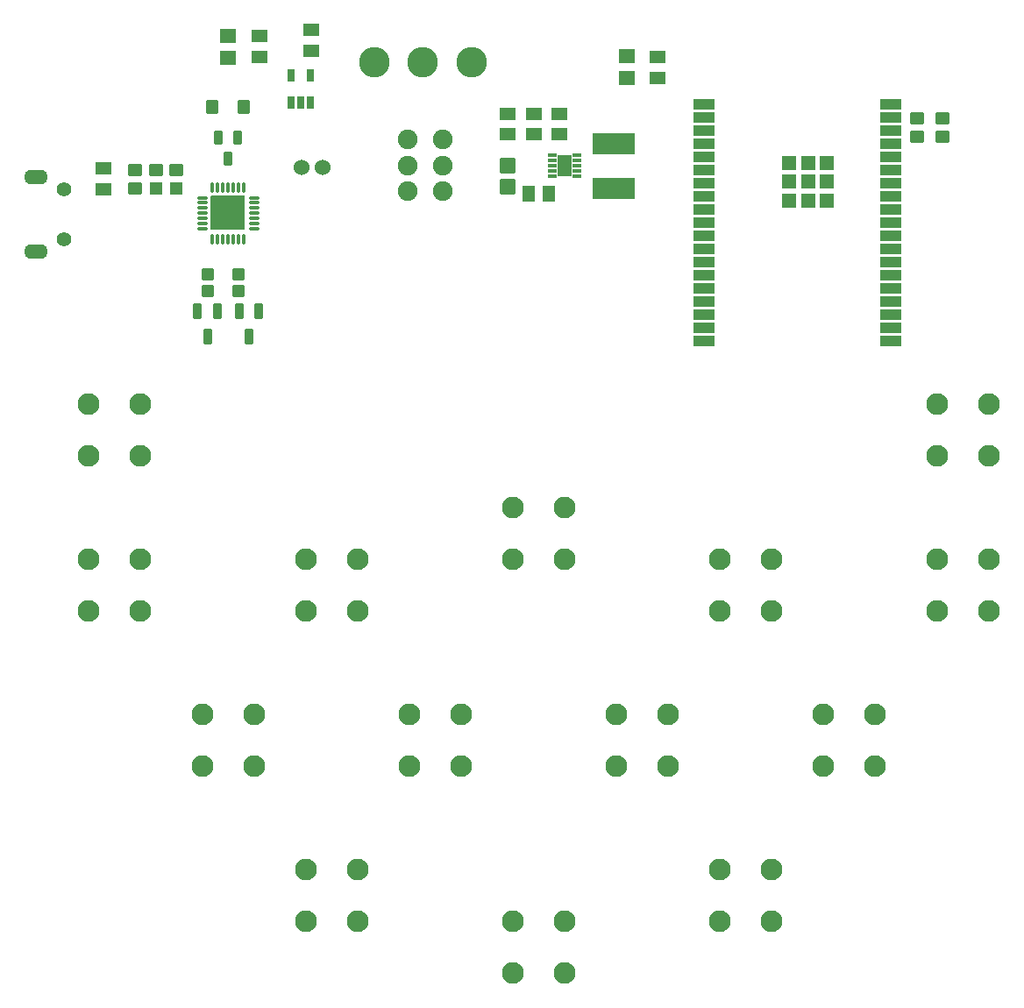
<source format=gbs>
G04 Layer: BottomSolderMaskLayer*
G04 EasyEDA v6.5.20, 2022-12-02 00:59:29*
G04 a67cddfb3fce44daa9051d46cbbcc19f,10*
G04 Gerber Generator version 0.2*
G04 Scale: 100 percent, Rotated: No, Reflected: No *
G04 Dimensions in millimeters *
G04 leading zeros omitted , absolute positions ,4 integer and 5 decimal *
%FSLAX45Y45*%
%MOMM*%

%AMMACRO1*1,1,$1,$2,$3*1,1,$1,$4,$5*1,1,$1,0-$2,0-$3*1,1,$1,0-$4,0-$5*20,1,$1,$2,$3,$4,$5,0*20,1,$1,$4,$5,0-$2,0-$3,0*20,1,$1,0-$2,0-$3,0-$4,0-$5,0*20,1,$1,0-$4,0-$5,$2,$3,0*4,1,4,$2,$3,$4,$5,0-$2,0-$3,0-$4,0-$5,$2,$3,0*%
%ADD10MACRO1,0.1016X0.3325X0.14X-0.3325X0.14*%
%ADD11MACRO1,0.1016X-0.3325X0.14X0.3325X0.14*%
%ADD12MACRO1,0.1016X0.625X1X-0.625X1*%
%ADD13MACRO1,0.1016X0.5663X-0.6885X0.5663X0.6885*%
%ADD14MACRO1,0.1016X-0.5663X-0.6885X-0.5663X0.6885*%
%ADD15MACRO1,0.1016X0.6885X0.5663X-0.6885X0.5663*%
%ADD16MACRO1,0.1016X0.6885X-0.5663X-0.6885X-0.5663*%
%ADD17MACRO1,0.1016X-0.6885X-0.5663X0.6885X-0.5663*%
%ADD18MACRO1,0.1016X-0.6885X0.5663X0.6885X0.5663*%
%ADD19MACRO1,0.1016X2X-1X2X1*%
%ADD20MACRO1,0.1016X-0.675X-0.705X0.675X-0.705*%
%ADD21MACRO1,0.1016X-0.675X0.705X0.675X0.705*%
%ADD22MACRO1,0.1016X0.6998X-0.6502X0.6998X0.6502*%
%ADD23MACRO1,0.1016X-1.6X-1.6X1.6X-1.6*%
%ADD24O,0.38160960000000005X1.0015981999999999*%
%ADD25O,1.0015981999999999X0.38160960000000005*%
%ADD26MACRO1,0.2032X-0.55X0.5X-0.55X-0.5*%
%ADD27R,1.3032X1.2032*%
%ADD28MACRO1,0.1016X0.5X0.6X-0.5X0.6*%
%ADD29MACRO1,0.1016X0.35X-0.625X0.35X0.625*%
%ADD30MACRO1,0.2032X0.35X0.625X-0.35X0.625*%
%ADD31MACRO1,0.1016X-0.3X0.5X-0.3X-0.5*%
%ADD32MACRO1,0.1016X-0.55X0.5X-0.55X-0.5*%
%ADD33MACRO1,0.2032X0.55X-0.5X0.55X0.5*%
%ADD34MACRO1,0.1016X1X0.45X-1X0.45*%
%ADD35MACRO1,0.1016X0.665X0.665X-0.665X0.665*%
%ADD36C,2.9516*%
%ADD37C,1.9016*%
%ADD38C,2.1016*%
%ADD39O,2.3015956X1.4015974000000002*%
%ADD40C,1.4016*%
%ADD41C,1.5240*%
%ADD42C,0.0111*%

%LPD*%
D10*
G01*
X5365738Y8649982D03*
G01*
X5365738Y8599982D03*
G01*
X5365738Y8549982D03*
G01*
X5365738Y8499983D03*
G01*
X5365738Y8449983D03*
D11*
G01*
X5134240Y8649982D03*
G01*
X5134240Y8599982D03*
G01*
X5134240Y8549982D03*
G01*
X5134240Y8499983D03*
G01*
X5134240Y8449983D03*
D12*
G01*
X5249989Y8549982D03*
D13*
G01*
X4899985Y8279983D03*
D14*
G01*
X5099994Y8279983D03*
D15*
G01*
X4699990Y8849977D03*
D16*
G01*
X4699990Y9049986D03*
D15*
G01*
X4949990Y8849977D03*
D16*
G01*
X4949990Y9049986D03*
D17*
G01*
X5199989Y9049986D03*
D18*
G01*
X5199989Y8849977D03*
D19*
G01*
X5723346Y8326821D03*
G01*
X5723346Y8757630D03*
D20*
G01*
X4699990Y8549985D03*
D21*
G01*
X4699990Y8349980D03*
D22*
G01*
X5849988Y9394952D03*
G01*
X5849988Y9605010D03*
D17*
G01*
X6149987Y9599985D03*
D18*
G01*
X6149987Y9399976D03*
D23*
G01*
X1999983Y8089971D03*
D24*
G01*
X1849881Y7839989D03*
G01*
X1899920Y7839989D03*
G01*
X1949958Y7839989D03*
G01*
X1999970Y7839989D03*
G01*
X2050034Y7839989D03*
G01*
X2100072Y7839989D03*
G01*
X2150109Y7839989D03*
D25*
G01*
X2250008Y7939862D03*
G01*
X2250008Y7989900D03*
G01*
X2250008Y8039938D03*
G01*
X2250008Y8089976D03*
G01*
X2250008Y8140014D03*
G01*
X2250008Y8190052D03*
G01*
X2250008Y8240090D03*
D24*
G01*
X2150109Y8339988D03*
G01*
X2100072Y8339988D03*
G01*
X2050034Y8339988D03*
G01*
X1999970Y8339988D03*
G01*
X1949958Y8339988D03*
G01*
X1899920Y8339988D03*
G01*
X1849881Y8339988D03*
D25*
G01*
X1750009Y8240090D03*
G01*
X1750009Y8190052D03*
G01*
X1750009Y8140014D03*
G01*
X1750009Y8089976D03*
G01*
X1750009Y8039938D03*
G01*
X1750009Y7989900D03*
G01*
X1750009Y7939862D03*
D26*
G01*
X1099997Y8509980D03*
G01*
X1099997Y8329970D03*
G01*
X1300098Y8509980D03*
D27*
G01*
X1300098Y8329980D03*
D26*
G01*
X1499997Y8509980D03*
D27*
G01*
X1499996Y8329980D03*
D28*
G01*
X1845005Y9119981D03*
G01*
X2154986Y9119981D03*
D22*
G01*
X1999996Y9594951D03*
G01*
X1999996Y9805009D03*
D29*
G01*
X1904999Y8819982D03*
G01*
X2094990Y8819982D03*
G01*
X1999994Y8619982D03*
D30*
G01*
X1799996Y6895017D03*
G01*
X1894992Y7144953D03*
G01*
X1705000Y7144953D03*
G01*
X2199995Y6895017D03*
G01*
X2294991Y7144953D03*
G01*
X2104999Y7144953D03*
D15*
G01*
X799998Y8319978D03*
D16*
G01*
X799998Y8519988D03*
D31*
G01*
X2794990Y9419996D03*
G01*
X2604998Y9419996D03*
G01*
X2604998Y9159976D03*
G01*
X2699994Y9159976D03*
G01*
X2794990Y9159976D03*
D17*
G01*
X2300020Y9800010D03*
D18*
G01*
X2300020Y9600001D03*
D15*
G01*
X2799892Y9660006D03*
D16*
G01*
X2799892Y9860015D03*
D32*
G01*
X1799996Y7339977D03*
G01*
X1799996Y7499977D03*
G01*
X2099995Y7339977D03*
G01*
X2099995Y7499977D03*
D33*
G01*
X8899982Y8829984D03*
G01*
X8899982Y9009994D03*
D34*
G01*
X8399975Y9142996D03*
G01*
X8399975Y9015996D03*
G01*
X8399975Y8888996D03*
G01*
X8399975Y8761996D03*
G01*
X8399975Y8634996D03*
G01*
X8399975Y8507996D03*
G01*
X8399975Y8380996D03*
G01*
X8399975Y8253996D03*
G01*
X8399975Y8126996D03*
G01*
X8399975Y7999996D03*
G01*
X8399975Y7872996D03*
G01*
X8399975Y7745996D03*
G01*
X8399975Y7618996D03*
G01*
X8399975Y7491996D03*
G01*
X8399975Y7364996D03*
G01*
X8399975Y7237996D03*
G01*
X8399975Y7110996D03*
G01*
X8399975Y6983996D03*
G01*
X8399975Y6856996D03*
G01*
X6599989Y6856996D03*
G01*
X6599989Y6983996D03*
G01*
X6599989Y7110996D03*
G01*
X6599989Y7237996D03*
G01*
X6599989Y7364996D03*
G01*
X6599989Y7491996D03*
G01*
X6599989Y7618996D03*
G01*
X6599989Y7745996D03*
G01*
X6599989Y7872996D03*
G01*
X6599989Y7999996D03*
G01*
X6599989Y8126996D03*
G01*
X6599989Y8253996D03*
G01*
X6599989Y8380996D03*
G01*
X6599989Y8507996D03*
G01*
X6599989Y8634996D03*
G01*
X6599989Y8761996D03*
G01*
X6599989Y8888996D03*
G01*
X6599989Y9015996D03*
G01*
X6599989Y9142996D03*
D35*
G01*
X7599982Y8393010D03*
G01*
X7783482Y8393008D03*
G01*
X7416497Y8393008D03*
G01*
X7783482Y8576495D03*
G01*
X7599982Y8576497D03*
G01*
X7416474Y8576492D03*
G01*
X7783482Y8209500D03*
G01*
X7599982Y8209503D03*
G01*
X7416497Y8209506D03*
D33*
G01*
X8650058Y8829974D03*
G01*
X8650058Y9009984D03*
D36*
G01*
X4349991Y9549980D03*
G01*
X3879989Y9549980D03*
G01*
X3409988Y9549980D03*
D37*
G01*
X3729990Y8549982D03*
G01*
X3729990Y8299996D03*
G01*
X4069994Y8799969D03*
G01*
X4069994Y8549982D03*
G01*
X4069994Y8299996D03*
G01*
X3729990Y8799969D03*
D38*
G01*
X1149934Y6249949D03*
G01*
X649935Y6249949D03*
G01*
X649935Y5749950D03*
G01*
X1149934Y5749950D03*
G01*
X1149934Y4750079D03*
G01*
X649935Y4750079D03*
G01*
X649935Y4250080D03*
G01*
X1149934Y4250080D03*
D39*
G01*
X147878Y7719999D03*
G01*
X147878Y8439988D03*
D40*
G01*
X414883Y8322487D03*
G01*
X414883Y7837500D03*
D38*
G01*
X3250006Y4749977D03*
G01*
X2750007Y4749977D03*
G01*
X2750007Y4249978D03*
G01*
X3250006Y4249978D03*
G01*
X5250002Y5249976D03*
G01*
X4750003Y5249976D03*
G01*
X4750003Y4749977D03*
G01*
X5250002Y4749977D03*
G01*
X7249998Y4749977D03*
G01*
X6749999Y4749977D03*
G01*
X6749999Y4249978D03*
G01*
X7249998Y4249978D03*
G01*
X9349993Y4749977D03*
G01*
X8849995Y4749977D03*
G01*
X8849995Y4249978D03*
G01*
X9349993Y4249978D03*
G01*
X2250008Y3249980D03*
G01*
X1750009Y3249980D03*
G01*
X1750009Y2749981D03*
G01*
X2250008Y2749981D03*
G01*
X4250004Y3249980D03*
G01*
X3750005Y3249980D03*
G01*
X3750005Y2749981D03*
G01*
X4250004Y2749981D03*
G01*
X6250000Y3249980D03*
G01*
X5750001Y3249980D03*
G01*
X5750001Y2749981D03*
G01*
X6250000Y2749981D03*
G01*
X9349993Y6249974D03*
G01*
X8849995Y6249974D03*
G01*
X8849995Y5749975D03*
G01*
X9349993Y5749975D03*
G01*
X3250006Y1749983D03*
G01*
X2750007Y1749983D03*
G01*
X2750007Y1249984D03*
G01*
X3250006Y1249984D03*
G01*
X5250002Y1249984D03*
G01*
X4750003Y1249984D03*
G01*
X4750003Y749985D03*
G01*
X5250002Y749985D03*
G01*
X7249998Y1749983D03*
G01*
X6749999Y1749983D03*
G01*
X6749999Y1249984D03*
G01*
X7249998Y1249984D03*
G01*
X8249996Y3249980D03*
G01*
X7749997Y3249980D03*
G01*
X7749997Y2749981D03*
G01*
X8249996Y2749981D03*
D41*
G01*
X2909064Y8529982D03*
G01*
X2710944Y8529982D03*
M02*

</source>
